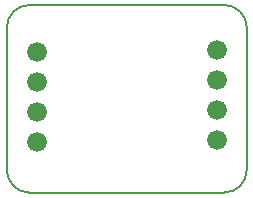
<source format=gbr>
%FSLAX23Y23*%
%MOIN*%
G04 EasyPC Gerber Version 18.0.1 Build 3581 *
%ADD14C,0.00500*%
%ADD82C,0.06600*%
X0Y0D02*
D02*
D14*
X870Y650D02*
G75*
G02X945Y575J-75D01*
G01*
Y100*
G75*
G02X870Y25I-75*
G01*
X220*
G75*
G02X145Y100J75*
G01*
Y575*
G75*
G02X220Y650I75*
G01*
X870*
D02*
D82*
X245Y195D03*
Y295D03*
Y395D03*
Y495D03*
X845Y200D03*
Y300D03*
Y400D03*
Y500D03*
X0Y0D02*
M02*

</source>
